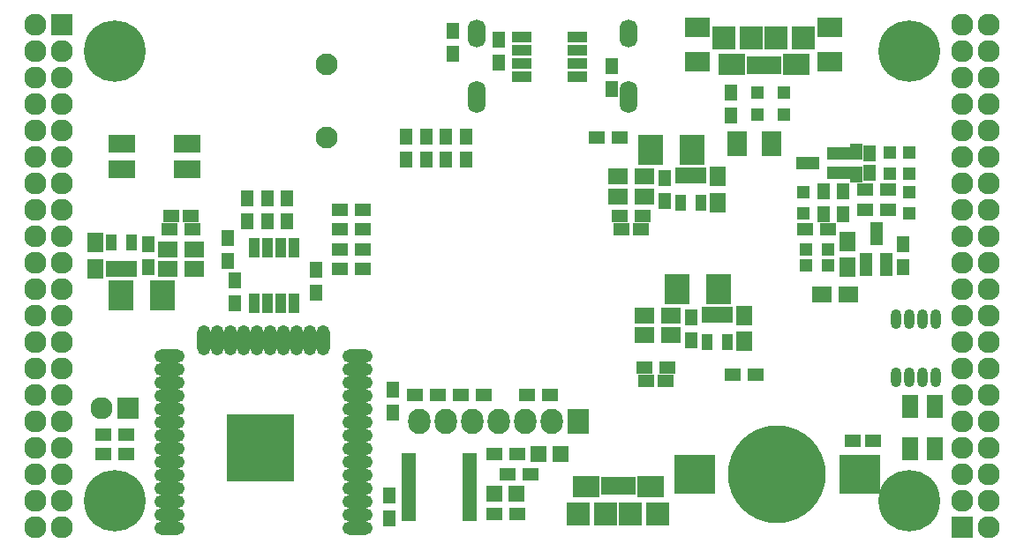
<source format=gbs>
G04 #@! TF.FileFunction,Soldermask,Bot*
%FSLAX46Y46*%
G04 Gerber Fmt 4.6, Leading zero omitted, Abs format (unit mm)*
G04 Created by KiCad (PCBNEW 4.0.5+dfsg1-4) date Tue May 16 14:48:21 2017*
%MOMM*%
%LPD*%
G01*
G04 APERTURE LIST*
%ADD10C,0.100000*%
%ADD11R,3.900000X3.700000*%
%ADD12C,9.400000*%
%ADD13R,2.432000X1.924000*%
%ADD14R,2.400000X2.900000*%
%ADD15R,1.100000X1.600000*%
%ADD16R,1.650000X1.900000*%
%ADD17R,1.900000X1.650000*%
%ADD18R,1.924000X2.432000*%
%ADD19O,1.009600X1.873200*%
%ADD20R,1.200000X1.300000*%
%ADD21R,1.300000X1.200000*%
%ADD22C,2.100000*%
%ADD23R,1.200000X2.300000*%
%ADD24R,2.300000X1.200000*%
%ADD25R,1.600000X1.150000*%
%ADD26R,1.150000X1.600000*%
%ADD27R,1.600000X1.300000*%
%ADD28R,1.300000X1.600000*%
%ADD29O,1.700000X3.100000*%
%ADD30O,1.700000X2.700000*%
%ADD31R,1.000000X1.950000*%
%ADD32R,1.950000X1.000000*%
%ADD33O,2.900000X1.300000*%
%ADD34O,1.300000X2.900000*%
%ADD35R,6.400000X6.400000*%
%ADD36R,2.127200X2.127200*%
%ADD37O,2.127200X2.127200*%
%ADD38C,5.900000*%
%ADD39R,1.400000X0.800000*%
%ADD40R,1.600000X2.200000*%
%ADD41R,2.600000X1.800000*%
%ADD42R,2.127200X2.432000*%
%ADD43O,2.127200X2.432000*%
%ADD44R,1.598880X1.598880*%
%ADD45R,2.500000X2.000000*%
%ADD46R,2.300000X2.300000*%
%ADD47R,0.800000X1.750000*%
%ADD48R,2.200000X2.300000*%
G04 APERTURE END LIST*
D10*
D11*
X174390000Y-105870000D03*
X158590000Y-105870000D03*
D12*
X166490000Y-105870000D03*
D13*
X171570000Y-62944000D03*
X171570000Y-66246000D03*
D14*
X160870000Y-88090000D03*
X156870000Y-88090000D03*
D15*
X159825000Y-90600000D03*
X160775000Y-90600000D03*
X161725000Y-90600000D03*
X161725000Y-93200000D03*
X159825000Y-93200000D03*
D14*
X158330000Y-74755000D03*
X154330000Y-74755000D03*
D15*
X157285000Y-77235000D03*
X158235000Y-77235000D03*
X159185000Y-77235000D03*
X159185000Y-79835000D03*
X157285000Y-79835000D03*
D14*
X103530000Y-88725000D03*
X107530000Y-88725000D03*
D15*
X104575000Y-86215000D03*
X103625000Y-86215000D03*
X102675000Y-86215000D03*
X102675000Y-83615000D03*
X104575000Y-83615000D03*
D16*
X101085000Y-83665000D03*
X101085000Y-86165000D03*
D17*
X153810000Y-90630000D03*
X156310000Y-90630000D03*
X153810000Y-92535000D03*
X156310000Y-92535000D03*
D16*
X163315000Y-93150000D03*
X163315000Y-90650000D03*
D17*
X151270000Y-79200000D03*
X153770000Y-79200000D03*
X151270000Y-77295000D03*
X153770000Y-77295000D03*
D16*
X160775000Y-79815000D03*
X160775000Y-77315000D03*
D17*
X110590000Y-84280000D03*
X108090000Y-84280000D03*
X110590000Y-86185000D03*
X108090000Y-86185000D03*
D18*
X162680000Y-74120000D03*
X165982000Y-74120000D03*
D13*
X158870000Y-66246000D03*
X158870000Y-62944000D03*
D19*
X181730000Y-96599000D03*
X180460000Y-96599000D03*
X179190000Y-96599000D03*
X177920000Y-96599000D03*
X177920000Y-91011000D03*
X179190000Y-91011000D03*
X180460000Y-91011000D03*
X181730000Y-91011000D03*
D16*
X173221000Y-86038000D03*
X173221000Y-83538000D03*
D20*
X169250000Y-84280000D03*
X171350000Y-84280000D03*
D21*
X179190000Y-80885000D03*
X179190000Y-78785000D03*
X177285000Y-74975000D03*
X177285000Y-77075000D03*
X169030000Y-80885000D03*
X169030000Y-78785000D03*
D22*
X123310000Y-66540000D03*
X123310000Y-73540000D03*
D23*
X176965000Y-85780000D03*
X175065000Y-85780000D03*
X176015000Y-82780000D03*
D24*
X172435000Y-75075000D03*
X172435000Y-76975000D03*
X169435000Y-76025000D03*
D25*
X153910000Y-96910000D03*
X155810000Y-96910000D03*
X151570000Y-82375000D03*
X153470000Y-82375000D03*
X110290000Y-81105000D03*
X108390000Y-81105000D03*
D26*
X175380000Y-75075000D03*
X175380000Y-76975000D03*
D27*
X169200000Y-82375000D03*
X171400000Y-82375000D03*
D28*
X172840000Y-80935000D03*
X172840000Y-78735000D03*
D27*
X177115000Y-80470000D03*
X174915000Y-80470000D03*
D28*
X174110000Y-74925000D03*
X174110000Y-77125000D03*
X178555000Y-83815000D03*
X178555000Y-86015000D03*
X113785000Y-83180000D03*
X113785000Y-85380000D03*
X170935000Y-80935000D03*
X170935000Y-78735000D03*
X129280000Y-107900000D03*
X129280000Y-110100000D03*
D27*
X142825000Y-105870000D03*
X140625000Y-105870000D03*
X177115000Y-78565000D03*
X174915000Y-78565000D03*
X153760000Y-95640000D03*
X155960000Y-95640000D03*
X110440000Y-82375000D03*
X108240000Y-82375000D03*
X151420000Y-81105000D03*
X153620000Y-81105000D03*
D28*
X158235000Y-90800000D03*
X158235000Y-93000000D03*
X106165000Y-86015000D03*
X106165000Y-83815000D03*
X155695000Y-77465000D03*
X155695000Y-79665000D03*
D27*
X126782000Y-86185000D03*
X124582000Y-86185000D03*
X126782000Y-84279000D03*
X124582000Y-84279000D03*
X126782000Y-82375000D03*
X124582000Y-82375000D03*
X126782000Y-80470000D03*
X124582000Y-80470000D03*
D28*
X130930000Y-75687000D03*
X130930000Y-73487000D03*
X132835000Y-75687000D03*
X132835000Y-73487000D03*
X134740000Y-75687000D03*
X134740000Y-73487000D03*
X136645000Y-75687000D03*
X136645000Y-73487000D03*
D29*
X152280000Y-69650000D03*
X137680000Y-69650000D03*
D30*
X137680000Y-63600000D03*
X152280000Y-63600000D03*
D31*
X116325000Y-84120000D03*
X117595000Y-84120000D03*
X118865000Y-84120000D03*
X120135000Y-84120000D03*
X120135000Y-89520000D03*
X118865000Y-89520000D03*
X117595000Y-89520000D03*
X116325000Y-89520000D03*
D25*
X173795000Y-102695000D03*
X175695000Y-102695000D03*
D32*
X141980000Y-67705000D03*
X141980000Y-66435000D03*
X141980000Y-65165000D03*
X141980000Y-63895000D03*
X147380000Y-63895000D03*
X147380000Y-65165000D03*
X147380000Y-66435000D03*
X147380000Y-67705000D03*
D20*
X171350000Y-85804000D03*
X169250000Y-85804000D03*
D21*
X179190000Y-77075000D03*
X179190000Y-74975000D03*
D33*
X126260434Y-111030338D03*
X126260434Y-109760338D03*
X126260434Y-108490338D03*
X126260434Y-107220338D03*
X126260434Y-105950338D03*
X126260434Y-104680338D03*
X126260434Y-103410338D03*
X126260434Y-102140338D03*
X126260434Y-100870338D03*
X126260434Y-99600338D03*
X126260434Y-98330338D03*
X126260434Y-97060338D03*
X126260434Y-95790338D03*
X126260434Y-94520338D03*
D34*
X122975434Y-93030338D03*
X121705434Y-93030338D03*
X120435434Y-93030338D03*
X119165434Y-93030338D03*
X117895434Y-93030338D03*
X116625434Y-93030338D03*
X115355434Y-93030338D03*
X114085434Y-93030338D03*
X112815434Y-93030338D03*
X111545434Y-93030338D03*
D33*
X108260434Y-94520338D03*
X108260434Y-95790338D03*
X108260434Y-97060338D03*
X108260434Y-98330338D03*
X108260434Y-99600338D03*
X108260434Y-100870338D03*
X108260434Y-102140338D03*
X108260434Y-103410338D03*
X108260434Y-104680338D03*
X108260434Y-105950338D03*
X108260434Y-107220338D03*
X108260434Y-108490338D03*
X108260434Y-109760338D03*
X108260434Y-111030338D03*
D35*
X116960434Y-103330338D03*
D36*
X97910000Y-62690000D03*
D37*
X95370000Y-62690000D03*
X97910000Y-65230000D03*
X95370000Y-65230000D03*
X97910000Y-67770000D03*
X95370000Y-67770000D03*
X97910000Y-70310000D03*
X95370000Y-70310000D03*
X97910000Y-72850000D03*
X95370000Y-72850000D03*
X97910000Y-75390000D03*
X95370000Y-75390000D03*
X97910000Y-77930000D03*
X95370000Y-77930000D03*
X97910000Y-80470000D03*
X95370000Y-80470000D03*
X97910000Y-83010000D03*
X95370000Y-83010000D03*
X97910000Y-85550000D03*
X95370000Y-85550000D03*
X97910000Y-88090000D03*
X95370000Y-88090000D03*
X97910000Y-90630000D03*
X95370000Y-90630000D03*
X97910000Y-93170000D03*
X95370000Y-93170000D03*
X97910000Y-95710000D03*
X95370000Y-95710000D03*
X97910000Y-98250000D03*
X95370000Y-98250000D03*
X97910000Y-100790000D03*
X95370000Y-100790000D03*
X97910000Y-103330000D03*
X95370000Y-103330000D03*
X97910000Y-105870000D03*
X95370000Y-105870000D03*
X97910000Y-108410000D03*
X95370000Y-108410000D03*
X97910000Y-110950000D03*
X95370000Y-110950000D03*
D36*
X184270000Y-110950000D03*
D37*
X186810000Y-110950000D03*
X184270000Y-108410000D03*
X186810000Y-108410000D03*
X184270000Y-105870000D03*
X186810000Y-105870000D03*
X184270000Y-103330000D03*
X186810000Y-103330000D03*
X184270000Y-100790000D03*
X186810000Y-100790000D03*
X184270000Y-98250000D03*
X186810000Y-98250000D03*
X184270000Y-95710000D03*
X186810000Y-95710000D03*
X184270000Y-93170000D03*
X186810000Y-93170000D03*
X184270000Y-90630000D03*
X186810000Y-90630000D03*
X184270000Y-88090000D03*
X186810000Y-88090000D03*
X184270000Y-85550000D03*
X186810000Y-85550000D03*
X184270000Y-83010000D03*
X186810000Y-83010000D03*
X184270000Y-80470000D03*
X186810000Y-80470000D03*
X184270000Y-77930000D03*
X186810000Y-77930000D03*
X184270000Y-75390000D03*
X186810000Y-75390000D03*
X184270000Y-72850000D03*
X186810000Y-72850000D03*
X184270000Y-70310000D03*
X186810000Y-70310000D03*
X184270000Y-67770000D03*
X186810000Y-67770000D03*
X184270000Y-65230000D03*
X186810000Y-65230000D03*
X184270000Y-62690000D03*
X186810000Y-62690000D03*
D38*
X102990000Y-108410000D03*
X179190000Y-108410000D03*
X179190000Y-65230000D03*
X102990000Y-65230000D03*
D21*
X167125000Y-69260000D03*
X167125000Y-71360000D03*
X164585000Y-69260000D03*
X164585000Y-71360000D03*
D28*
X162045000Y-71410000D03*
X162045000Y-69210000D03*
X139820000Y-66330000D03*
X139820000Y-64130000D03*
X135375000Y-63300000D03*
X135375000Y-65500000D03*
X150615000Y-68870000D03*
X150615000Y-66670000D03*
D27*
X151380000Y-73600000D03*
X149180000Y-73600000D03*
D39*
X137005000Y-104215000D03*
X137005000Y-104865000D03*
X137005000Y-105515000D03*
X137005000Y-106165000D03*
X137005000Y-106815000D03*
X137005000Y-107465000D03*
X137005000Y-108115000D03*
X137005000Y-108765000D03*
X137005000Y-109415000D03*
X137005000Y-110065000D03*
X131205000Y-110065000D03*
X131205000Y-109415000D03*
X131205000Y-108765000D03*
X131205000Y-108115000D03*
X131205000Y-107465000D03*
X131205000Y-106815000D03*
X131205000Y-106165000D03*
X131205000Y-105515000D03*
X131205000Y-104865000D03*
X131205000Y-104215000D03*
D28*
X119500000Y-79370000D03*
X119500000Y-81570000D03*
X114480000Y-89500000D03*
X114480000Y-87300000D03*
X129660000Y-99985000D03*
X129660000Y-97785000D03*
X117595000Y-79370000D03*
X117595000Y-81570000D03*
X122280000Y-86300000D03*
X122280000Y-88500000D03*
X115690000Y-79370000D03*
X115690000Y-81570000D03*
D27*
X144730000Y-98250000D03*
X142530000Y-98250000D03*
X138380000Y-98250000D03*
X136180000Y-98250000D03*
X133935000Y-98250000D03*
X131735000Y-98250000D03*
X101890000Y-103965000D03*
X104090000Y-103965000D03*
D40*
X179260000Y-99425000D03*
X179260000Y-103425000D03*
X181660000Y-103425000D03*
X181660000Y-99425000D03*
D41*
X109950000Y-76640000D03*
X103650000Y-76640000D03*
X103650000Y-74140000D03*
X109950000Y-74140000D03*
D36*
X104260000Y-99520000D03*
D37*
X101720000Y-99520000D03*
D42*
X147440000Y-100790000D03*
D43*
X144900000Y-100790000D03*
X142360000Y-100790000D03*
X139820000Y-100790000D03*
X137280000Y-100790000D03*
X134740000Y-100790000D03*
X132200000Y-100790000D03*
D27*
X101890000Y-102060000D03*
X104090000Y-102060000D03*
D44*
X143630980Y-104000000D03*
X145729020Y-104000000D03*
X141504020Y-107775000D03*
X139405980Y-107775000D03*
D27*
X139355000Y-103965000D03*
X141555000Y-103965000D03*
X139355000Y-109680000D03*
X141555000Y-109680000D03*
D45*
X154350000Y-107130000D03*
X148150000Y-107130000D03*
D46*
X152450000Y-109680000D03*
X150050000Y-109680000D03*
D47*
X152550000Y-107005000D03*
X151900000Y-107005000D03*
X151250000Y-107005000D03*
X150600000Y-107005000D03*
X149950000Y-107005000D03*
D48*
X155050000Y-109680000D03*
X147450000Y-109680000D03*
D45*
X162120000Y-66510000D03*
X168320000Y-66510000D03*
D46*
X164020000Y-63960000D03*
X166420000Y-63960000D03*
D47*
X163920000Y-66635000D03*
X164570000Y-66635000D03*
X165220000Y-66635000D03*
X165870000Y-66635000D03*
X166520000Y-66635000D03*
D48*
X161420000Y-63960000D03*
X169020000Y-63960000D03*
D17*
X173330000Y-88600000D03*
X170830000Y-88600000D03*
D27*
X164415000Y-96345000D03*
X162215000Y-96345000D03*
M02*

</source>
